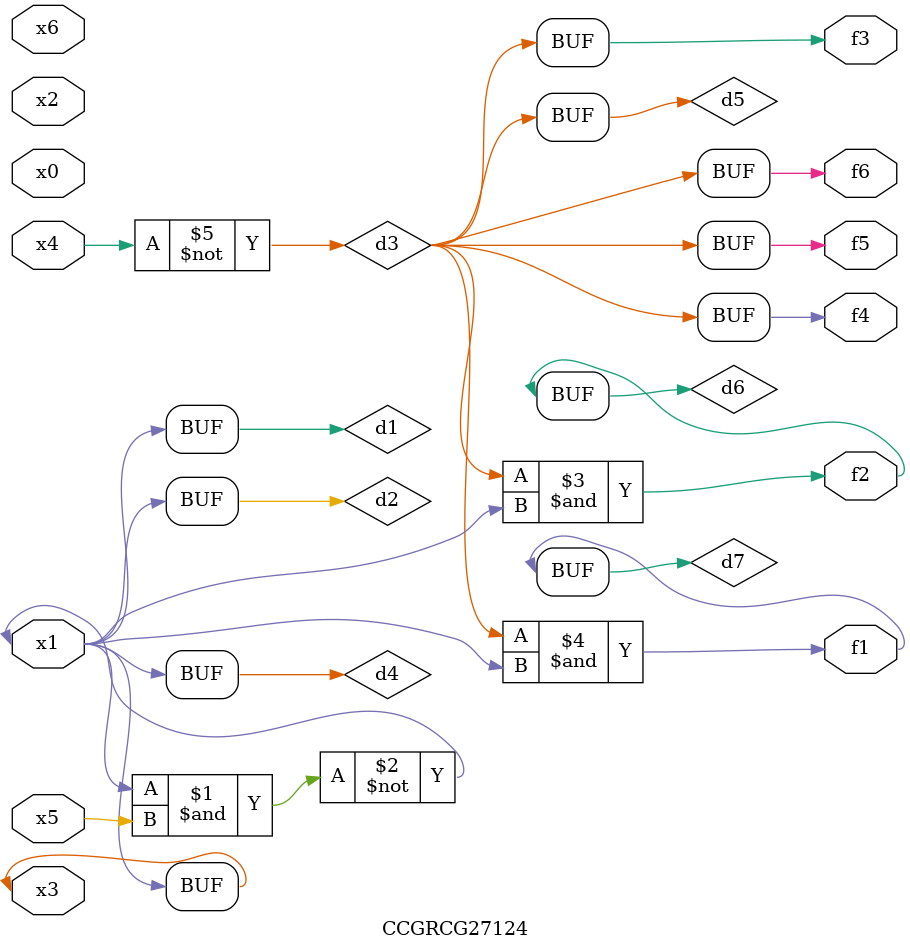
<source format=v>
module CCGRCG27124(
	input x0, x1, x2, x3, x4, x5, x6,
	output f1, f2, f3, f4, f5, f6
);

	wire d1, d2, d3, d4, d5, d6, d7;

	buf (d1, x1, x3);
	nand (d2, x1, x5);
	not (d3, x4);
	buf (d4, d1, d2);
	buf (d5, d3);
	and (d6, d3, d4);
	and (d7, d3, d4);
	assign f1 = d7;
	assign f2 = d6;
	assign f3 = d5;
	assign f4 = d5;
	assign f5 = d5;
	assign f6 = d5;
endmodule

</source>
